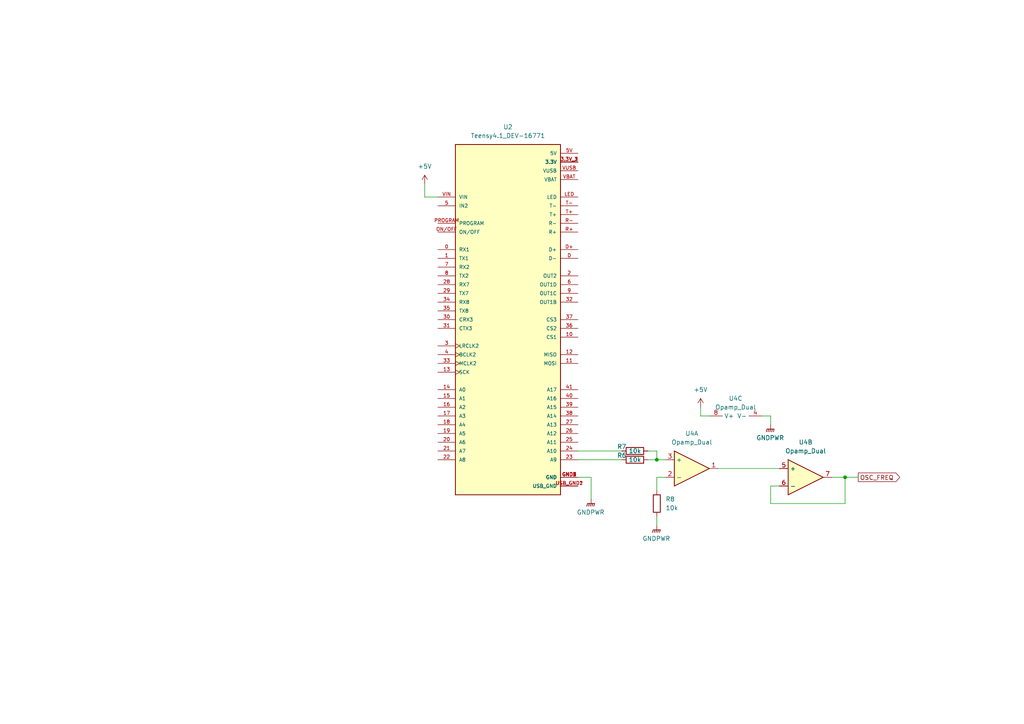
<source format=kicad_sch>
(kicad_sch (version 20230121) (generator eeschema)
  (paper "A4")
  (lib_symbols
    (symbol "Device:Opamp_Dual"
      (property "Reference" "U" (at 0 5.08 0))
      (property "Value" "Opamp_Dual" (at 0 -5.08 0))
      (symbol "Opamp_Dual_1_1"
        (polyline (pts (xy -5.08 5.08) (xy 5.08 0) (xy -5.08 -5.08) (xy -5.08 5.08)) (stroke (width 0.254)) (fill (type background)))
        (pin output line (at 7.62 0 180) (length 2.54) (name "~") (number "1"))
        (pin input line (at -7.62 -2.54 0) (length 2.54) (name "-") (number "2"))
        (pin input line (at -7.62 2.54 0) (length 2.54) (name "+") (number "3"))
      )
      (symbol "Opamp_Dual_2_1"
        (polyline (pts (xy -5.08 5.08) (xy 5.08 0) (xy -5.08 -5.08) (xy -5.08 5.08)) (stroke (width 0.254)) (fill (type background)))
        (pin input line (at -7.62 2.54 0) (length 2.54) (name "+") (number "5"))
        (pin input line (at -7.62 -2.54 0) (length 2.54) (name "-") (number "6"))
        (pin output line (at 7.62 0 180) (length 2.54) (name "~") (number "7"))
      )
      (symbol "Opamp_Dual_3_1"
        (pin power_in line (at -2.54 -7.62 90) (length 3.81) (name "V-") (number "4"))
        (pin power_in line (at -2.54 7.62 270) (length 3.81) (name "V+") (number "8"))
      )
    )
    (symbol "Device:R" (pin_numbers hide) (pin_names (offset 0))
      (property "Reference" "R" (at 2.032 0 90))
      (property "Value" "R" (at 0 0 90))
      (symbol "R_0_1"
        (rectangle (start -1.016 -2.54) (end 1.016 2.54) (stroke (width 0.254)))
      )
      (symbol "R_1_1"
        (pin passive line (at 0 3.81 270) (length 1.27) (name "~") (number "1"))
        (pin passive line (at 0 -3.81 90) (length 1.27) (name "~") (number "2"))
      )
    )
    (symbol "MRDT_Shields:Teensy4.1_DEV-16771" (pin_names (offset 1.016))
      (property "Reference" "U" (at -15.24 52.07 0))
      (property "Value" "Teensy4.1_DEV-16771" (at -15.24 -53.34 0))
      (symbol "Teensy4.1_DEV-16771_0_0"
        (rectangle (start -15.24 -50.8) (end 15.24 50.8) (stroke (width 0.254)) (fill (type background)))
        (pin bidirectional line (at -20.32 20.32 0) (length 5.08) (name "RX1") (number "0"))
        (pin bidirectional line (at -20.32 17.78 0) (length 5.08) (name "TX1") (number "1"))
        (pin bidirectional line (at 20.32 -5.08 180) (length 5.08) (name "CS1") (number "10"))
        (pin bidirectional line (at 20.32 -12.7 180) (length 5.08) (name "MOSI") (number "11"))
        (pin bidirectional line (at 20.32 -10.16 180) (length 5.08) (name "MISO") (number "12"))
        (pin bidirectional clock (at -20.32 -15.24 0) (length 5.08) (name "SCK") (number "13"))
        (pin bidirectional line (at -20.32 -20.32 0) (length 5.08) (name "A0") (number "14"))
        (pin bidirectional line (at -20.32 -22.86 0) (length 5.08) (name "A1") (number "15"))
        (pin bidirectional line (at -20.32 -25.4 0) (length 5.08) (name "A2") (number "16"))
        (pin bidirectional line (at -20.32 -27.94 0) (length 5.08) (name "A3") (number "17"))
        (pin bidirectional line (at -20.32 -30.48 0) (length 5.08) (name "A4") (number "18"))
        (pin bidirectional line (at -20.32 -33.02 0) (length 5.08) (name "A5") (number "19"))
        (pin output line (at 20.32 12.7 180) (length 5.08) (name "OUT2") (number "2"))
        (pin bidirectional line (at -20.32 -35.56 0) (length 5.08) (name "A6") (number "20"))
        (pin bidirectional line (at -20.32 -38.1 0) (length 5.08) (name "A7") (number "21"))
        (pin bidirectional line (at -20.32 -40.64 0) (length 5.08) (name "A8") (number "22"))
        (pin bidirectional line (at 20.32 -40.64 180) (length 5.08) (name "A9") (number "23"))
        (pin bidirectional line (at 20.32 -38.1 180) (length 5.08) (name "A10") (number "24"))
        (pin bidirectional line (at 20.32 -35.56 180) (length 5.08) (name "A11") (number "25"))
        (pin bidirectional line (at 20.32 -33.02 180) (length 5.08) (name "A12") (number "26"))
        (pin bidirectional line (at 20.32 -30.48 180) (length 5.08) (name "A13") (number "27"))
        (pin bidirectional line (at -20.32 10.16 0) (length 5.08) (name "RX7") (number "28"))
        (pin bidirectional line (at -20.32 7.62 0) (length 5.08) (name "TX7") (number "29"))
        (pin bidirectional clock (at -20.32 -7.62 0) (length 5.08) (name "LRCLK2") (number "3"))
        (pin power_in line (at 20.32 45.72 180) (length 5.08) (name "3.3V") (number "3.3V_1"))
        (pin power_in line (at 20.32 45.72 180) (length 5.08) (name "3.3V") (number "3.3V_2"))
        (pin power_in line (at 20.32 45.72 180) (length 5.08) (name "3.3V") (number "3.3V_3"))
        (pin bidirectional line (at -20.32 0 0) (length 5.08) (name "CRX3") (number "30"))
        (pin bidirectional line (at -20.32 -2.54 0) (length 5.08) (name "CTX3") (number "31"))
        (pin output line (at 20.32 5.08 180) (length 5.08) (name "OUT1B") (number "32"))
        (pin bidirectional clock (at -20.32 -12.7 0) (length 5.08) (name "MCLK2") (number "33"))
        (pin bidirectional line (at -20.32 5.08 0) (length 5.08) (name "RX8") (number "34"))
        (pin bidirectional line (at -20.32 2.54 0) (length 5.08) (name "TX8") (number "35"))
        (pin bidirectional line (at 20.32 -2.54 180) (length 5.08) (name "CS2") (number "36"))
        (pin bidirectional line (at 20.32 0 180) (length 5.08) (name "CS3") (number "37"))
        (pin bidirectional line (at 20.32 -27.94 180) (length 5.08) (name "A14") (number "38"))
        (pin bidirectional line (at 20.32 -25.4 180) (length 5.08) (name "A15") (number "39"))
        (pin bidirectional clock (at -20.32 -10.16 0) (length 5.08) (name "BCLK2") (number "4"))
        (pin bidirectional line (at 20.32 -22.86 180) (length 5.08) (name "A16") (number "40"))
        (pin bidirectional line (at 20.32 -20.32 180) (length 5.08) (name "A17") (number "41"))
        (pin bidirectional line (at -20.32 33.02 0) (length 5.08) (name "IN2") (number "5"))
        (pin power_in line (at 20.32 48.26 180) (length 5.08) (name "5V") (number "5V"))
        (pin output line (at 20.32 10.16 180) (length 5.08) (name "OUT1D") (number "6"))
        (pin bidirectional line (at -20.32 15.24 0) (length 5.08) (name "RX2") (number "7"))
        (pin bidirectional line (at -20.32 12.7 0) (length 5.08) (name "TX2") (number "8"))
        (pin output line (at 20.32 7.62 180) (length 5.08) (name "OUT1C") (number "9"))
        (pin bidirectional line (at 20.32 17.78 180) (length 5.08) (name "D-") (number "D"))
        (pin bidirectional line (at 20.32 20.32 180) (length 5.08) (name "D+") (number "D+"))
        (pin power_in line (at 20.32 -45.72 180) (length 5.08) (name "GND") (number "GND1"))
        (pin power_in line (at 20.32 -45.72 180) (length 5.08) (name "GND") (number "GND2"))
        (pin power_in line (at 20.32 -45.72 180) (length 5.08) (name "GND") (number "GND3"))
        (pin power_in line (at 20.32 -45.72 180) (length 5.08) (name "GND") (number "GND4"))
        (pin power_in line (at 20.32 -45.72 180) (length 5.08) (name "GND") (number "GND5"))
        (pin bidirectional line (at 20.32 35.56 180) (length 5.08) (name "LED") (number "LED"))
        (pin bidirectional line (at -20.32 25.4 0) (length 5.08) (name "ON/OFF") (number "ON/OFF"))
        (pin bidirectional line (at -20.32 27.94 0) (length 5.08) (name "PROGRAM") (number "PROGRAM"))
        (pin bidirectional line (at 20.32 25.4 180) (length 5.08) (name "R+") (number "R+"))
        (pin bidirectional line (at 20.32 27.94 180) (length 5.08) (name "R-") (number "R-"))
        (pin bidirectional line (at 20.32 30.48 180) (length 5.08) (name "T+") (number "T+"))
        (pin bidirectional line (at 20.32 33.02 180) (length 5.08) (name "T-") (number "T-"))
        (pin power_in line (at 20.32 -48.26 180) (length 5.08) (name "USB_GND") (number "USB_GND1"))
        (pin power_in line (at 20.32 -48.26 180) (length 5.08) (name "USB_GND") (number "USB_GND2"))
        (pin passive line (at 20.32 40.64 180) (length 5.08) (name "VBAT") (number "VBAT"))
        (pin input line (at -20.32 35.56 0) (length 5.08) (name "VIN") (number "VIN"))
        (pin passive line (at 20.32 43.18 180) (length 5.08) (name "VUSB") (number "VUSB"))
      )
    )
    (symbol "power:+5V" (power) (pin_names (offset 0))
      (property "Value" "+5V" (at 0 3.556 0))
      (symbol "+5V_0_1"
        (polyline (pts (xy -0.762 1.27) (xy 0 2.54)))
        (polyline (pts (xy 0 0) (xy 0 2.54)))
        (polyline (pts (xy 0 2.54) (xy 0.762 1.27)))
      )
      (symbol "+5V_1_1"
        (pin power_in line (at 0 0 90) (length 0) hide (name "+5V") (number "1"))
      )
    )
    (symbol "power:GNDPWR" (power) (pin_names (offset 0))
      (property "Value" "GNDPWR" (at 0 -3.302 0))
      (symbol "GNDPWR_0_1"
        (polyline (pts (xy 0 -1.27) (xy 0 0)))
        (polyline (pts (xy -1.016 -1.27) (xy -1.27 -2.032) (xy -1.27 -2.032)) (stroke (width 0.2032)))
        (polyline (pts (xy -0.508 -1.27) (xy -0.762 -2.032) (xy -0.762 -2.032)) (stroke (width 0.2032)))
        (polyline (pts (xy 0 -1.27) (xy -0.254 -2.032) (xy -0.254 -2.032)) (stroke (width 0.2032)))
        (polyline (pts (xy 0.508 -1.27) (xy 0.254 -2.032) (xy 0.254 -2.032)) (stroke (width 0.2032)))
        (polyline (pts (xy 1.016 -1.27) (xy -1.016 -1.27) (xy -1.016 -1.27)) (stroke (width 0.2032)))
        (polyline (pts (xy 1.016 -1.27) (xy 0.762 -2.032) (xy 0.762 -2.032) (xy 0.762 -2.032)) (stroke (width 0.2032)))
      )
      (symbol "GNDPWR_1_1"
        (pin power_in line (at 0 0 270) (length 0) hide (name "GNDPWR") (number "1"))
      )
    )
  )
  (junction (at 190.5 133.35))
  (junction (at 245.11 138.43))
  (wire (pts (xy 171.45 138.43) (xy 171.45 144.78)))
  (wire (pts (xy 245.11 138.43) (xy 248.92 138.43)))
  (wire (pts (xy 245.11 138.43) (xy 245.11 146.05)))
  (wire (pts (xy 223.52 120.65) (xy 220.98 120.65)))
  (wire (pts (xy 223.52 146.05) (xy 223.52 140.97)))
  (wire (pts (xy 167.64 130.81) (xy 180.34 130.81)))
  (wire (pts (xy 187.96 133.35) (xy 190.5 133.35)))
  (wire (pts (xy 223.52 123.19) (xy 223.52 120.65)))
  (wire (pts (xy 223.52 140.97) (xy 226.06 140.97)))
  (wire (pts (xy 190.5 149.86) (xy 190.5 152.4)))
  (wire (pts (xy 167.64 133.35) (xy 180.34 133.35)))
  (wire (pts (xy 241.3 138.43) (xy 245.11 138.43)))
  (wire (pts (xy 190.5 130.81) (xy 190.5 133.35)))
  (wire (pts (xy 245.11 146.05) (xy 223.52 146.05)))
  (wire (pts (xy 205.74 120.65) (xy 203.2 120.65)))
  (wire (pts (xy 190.5 138.43) (xy 190.5 142.24)))
  (wire (pts (xy 123.19 53.34) (xy 123.19 57.15)))
  (wire (pts (xy 208.28 135.89) (xy 226.06 135.89)))
  (wire (pts (xy 190.5 133.35) (xy 193.04 133.35)))
  (wire (pts (xy 123.19 57.15) (xy 127 57.15)))
  (wire (pts (xy 193.04 138.43) (xy 190.5 138.43)))
  (wire (pts (xy 167.64 138.43) (xy 171.45 138.43)))
  (wire (pts (xy 187.96 130.81) (xy 190.5 130.81)))
  (wire (pts (xy 203.2 120.65) (xy 203.2 118.11)))
  (global_label "OSC_FREQ" (shape output) (at 248.92 138.43 0) (property "Intersheetrefs" "${INTERSHEET_REFS}" (effects hide)))
  (symbol (lib_id "Device:Opamp_Dual") (at 233.68 138.43 0) (unit 2)
    (property "Reference" "U4" (at 233.68 128.27 0))
    (property "Value" "Opamp_Dual" (at 233.68 130.81 0))
  )
  (symbol (lib_id "power:+5V") (at 123.19 53.34 0) (unit 1)
    (property "Reference" "#PWR022" (effects hide))
    (property "Value" "+5V" (at 123.19 48.26 0))
  )
  (symbol (lib_id "power:GNDPWR") (at 190.5 152.4 0) (unit 1)
    (property "Reference" "#PWR010" (effects hide))
    (property "Value" "GNDPWR" (at 190.373 156.21 0))
  )
  (symbol (lib_id "Device:R") (at 184.15 130.81 90) (unit 1)
    (property "Reference" "R7" (at 180.34 129.54 90))
    (property "Value" "10k" (at 184.15 130.81 90))
  )
  (symbol (lib_id "power:GNDPWR") (at 223.52 123.19 0) (unit 1)
    (property "Reference" "#PWR020" (effects hide))
    (property "Value" "GNDPWR" (at 223.393 127 0))
  )
  (symbol (lib_id "Device:Opamp_Dual") (at 200.66 135.89 0) (unit 1)
    (property "Reference" "U4" (at 200.66 125.73 0))
    (property "Value" "Opamp_Dual" (at 200.66 128.27 0))
  )
  (symbol (lib_id "Device:R") (at 184.15 133.35 90) (unit 1)
    (property "Reference" "R6" (at 180.34 132.08 90))
    (property "Value" "10k" (at 184.15 133.35 90))
  )
  (symbol (lib_id "Device:R") (at 190.5 146.05 0) (unit 1)
    (property "Reference" "R8" (at 193.04 144.78 0) (effects (justify left)))
    (property "Value" "10k" (at 193.04 147.32 0) (effects (justify left)))
  )
  (symbol (lib_id "power:+5V") (at 203.2 118.11 0) (unit 1)
    (property "Reference" "#PWR019" (effects hide))
    (property "Value" "+5V" (at 203.2 113.03 0))
  )
  (symbol (lib_id "MRDT_Shields:Teensy4.1_DEV-16771") (at 147.32 92.71 0) (unit 1)
    (property "Reference" "U2" (at 147.32 36.83 0))
    (property "Value" "Teensy4.1_DEV-16771" (at 147.32 39.37 0))
    (property "Footprint" "MODULE_DEV-16771" (effects hide))
    (property "STANDARD" "Manufacturer recommendations" (effects hide))
    (property "MAXIMUM_PACKAGE_HEIGHT" "4.07mm" (effects hide))
    (property "MANUFACTURER" "SparkFun Electronics" (effects hide))
    (property "PARTREV" "4.1" (effects hide))
  )
  (symbol (lib_id "Device:Opamp_Dual") (at 213.36 118.11 90) (unit 3)
    (property "Reference" "U4" (at 213.36 115.57 90))
    (property "Value" "Opamp_Dual" (at 213.36 118.11 90))
  )
  (symbol (lib_id "power:GNDPWR") (at 171.45 144.78 0) (unit 1)
    (property "Reference" "#PWR021" (effects hide))
    (property "Value" "GNDPWR" (at 171.323 148.59 0))
  )
)
</source>
